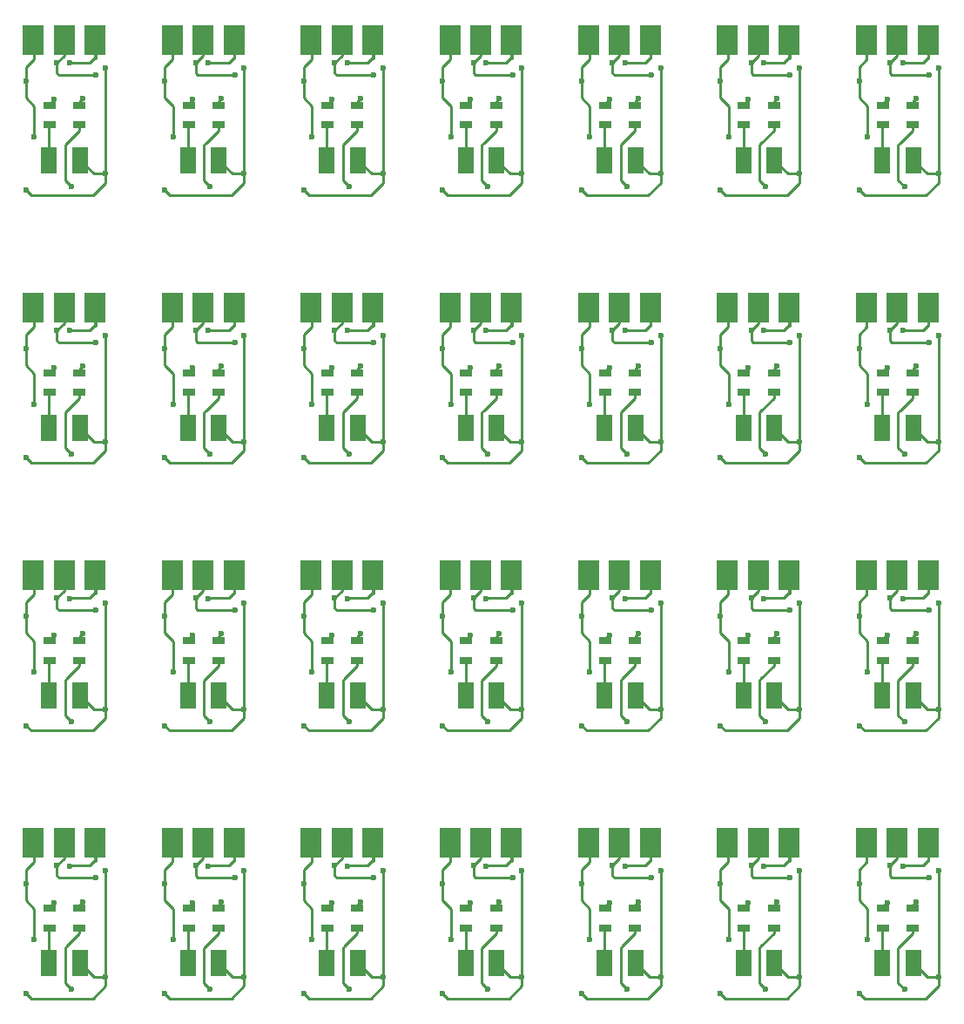
<source format=gbl>
G04 #@! TF.FileFunction,Copper,L2,Bot,Signal*
%FSLAX46Y46*%
G04 Gerber Fmt 4.6, Leading zero omitted, Abs format (unit mm)*
G04 Created by KiCad (PCBNEW 4.0.5) date 03/17/17 16:41:39*
%MOMM*%
%LPD*%
G01*
G04 APERTURE LIST*
%ADD10C,0.100000*%
%ADD11R,2.000000X3.000000*%
%ADD12R,1.300000X0.700000*%
%ADD13R,1.500000X2.600000*%
%ADD14C,0.600000*%
%ADD15C,0.250000*%
G04 APERTURE END LIST*
D10*
D11*
X117900000Y-95600000D03*
X114900000Y-95600000D03*
X111900000Y-95600000D03*
X117900000Y-69600000D03*
X114900000Y-69600000D03*
X111900000Y-69600000D03*
D12*
X113500000Y-75950000D03*
X113500000Y-77850000D03*
X116400000Y-77850000D03*
X116400000Y-75950000D03*
D13*
X116450000Y-81250000D03*
X113450000Y-81250000D03*
X116450000Y-55250000D03*
X113450000Y-55250000D03*
D12*
X116400000Y-51850000D03*
X116400000Y-49950000D03*
X113500000Y-49950000D03*
X113500000Y-51850000D03*
D11*
X117900000Y-43600000D03*
X114900000Y-43600000D03*
X111900000Y-43600000D03*
X158400000Y-69600000D03*
X155400000Y-69600000D03*
X152400000Y-69600000D03*
D12*
X154000000Y-75950000D03*
X154000000Y-77850000D03*
X156900000Y-77850000D03*
X156900000Y-75950000D03*
D13*
X156950000Y-81250000D03*
X153950000Y-81250000D03*
X156950000Y-55250000D03*
X153950000Y-55250000D03*
D12*
X156900000Y-51850000D03*
X156900000Y-49950000D03*
X154000000Y-49950000D03*
X154000000Y-51850000D03*
D11*
X158400000Y-43600000D03*
X155400000Y-43600000D03*
X152400000Y-43600000D03*
X144900000Y-43600000D03*
X141900000Y-43600000D03*
X138900000Y-43600000D03*
D12*
X140500000Y-49950000D03*
X140500000Y-51850000D03*
X143400000Y-51850000D03*
X143400000Y-49950000D03*
D13*
X143450000Y-55250000D03*
X140450000Y-55250000D03*
X143450000Y-81250000D03*
X140450000Y-81250000D03*
D12*
X143400000Y-77850000D03*
X143400000Y-75950000D03*
X140500000Y-75950000D03*
X140500000Y-77850000D03*
D11*
X144900000Y-69600000D03*
X141900000Y-69600000D03*
X138900000Y-69600000D03*
X131400000Y-69600000D03*
X128400000Y-69600000D03*
X125400000Y-69600000D03*
D12*
X127000000Y-75950000D03*
X127000000Y-77850000D03*
X129900000Y-77850000D03*
X129900000Y-75950000D03*
D13*
X129950000Y-81250000D03*
X126950000Y-81250000D03*
X129950000Y-55250000D03*
X126950000Y-55250000D03*
D12*
X129900000Y-51850000D03*
X129900000Y-49950000D03*
X127000000Y-49950000D03*
X127000000Y-51850000D03*
D11*
X131400000Y-43600000D03*
X128400000Y-43600000D03*
X125400000Y-43600000D03*
X185400000Y-43600000D03*
X182400000Y-43600000D03*
X179400000Y-43600000D03*
D12*
X181000000Y-49950000D03*
X181000000Y-51850000D03*
X183900000Y-51850000D03*
X183900000Y-49950000D03*
D13*
X183950000Y-55250000D03*
X180950000Y-55250000D03*
X183950000Y-81250000D03*
X180950000Y-81250000D03*
D12*
X183900000Y-77850000D03*
X183900000Y-75950000D03*
X181000000Y-75950000D03*
X181000000Y-77850000D03*
D11*
X185400000Y-69600000D03*
X182400000Y-69600000D03*
X179400000Y-69600000D03*
X198900000Y-69600000D03*
X195900000Y-69600000D03*
X192900000Y-69600000D03*
D12*
X194500000Y-75950000D03*
X194500000Y-77850000D03*
X197400000Y-77850000D03*
X197400000Y-75950000D03*
D13*
X197450000Y-81250000D03*
X194450000Y-81250000D03*
X197450000Y-55250000D03*
X194450000Y-55250000D03*
D12*
X197400000Y-51850000D03*
X197400000Y-49950000D03*
X194500000Y-49950000D03*
X194500000Y-51850000D03*
D11*
X198900000Y-43600000D03*
X195900000Y-43600000D03*
X192900000Y-43600000D03*
X171900000Y-43600000D03*
X168900000Y-43600000D03*
X165900000Y-43600000D03*
D12*
X167500000Y-49950000D03*
X167500000Y-51850000D03*
X170400000Y-51850000D03*
X170400000Y-49950000D03*
D13*
X170450000Y-55250000D03*
X167450000Y-55250000D03*
X170450000Y-81250000D03*
X167450000Y-81250000D03*
D12*
X170400000Y-77850000D03*
X170400000Y-75950000D03*
X167500000Y-75950000D03*
X167500000Y-77850000D03*
D11*
X171900000Y-69600000D03*
X168900000Y-69600000D03*
X165900000Y-69600000D03*
X171900000Y-121600000D03*
X168900000Y-121600000D03*
X165900000Y-121600000D03*
D12*
X167500000Y-127950000D03*
X167500000Y-129850000D03*
X170400000Y-129850000D03*
X170400000Y-127950000D03*
D13*
X170450000Y-133250000D03*
X167450000Y-133250000D03*
X170450000Y-107250000D03*
X167450000Y-107250000D03*
D12*
X170400000Y-103850000D03*
X170400000Y-101950000D03*
X167500000Y-101950000D03*
X167500000Y-103850000D03*
D11*
X171900000Y-95600000D03*
X168900000Y-95600000D03*
X165900000Y-95600000D03*
X198900000Y-95600000D03*
X195900000Y-95600000D03*
X192900000Y-95600000D03*
D12*
X194500000Y-101950000D03*
X194500000Y-103850000D03*
X197400000Y-103850000D03*
X197400000Y-101950000D03*
D13*
X197450000Y-107250000D03*
X194450000Y-107250000D03*
X197450000Y-133250000D03*
X194450000Y-133250000D03*
D12*
X197400000Y-129850000D03*
X197400000Y-127950000D03*
X194500000Y-127950000D03*
X194500000Y-129850000D03*
D11*
X198900000Y-121600000D03*
X195900000Y-121600000D03*
X192900000Y-121600000D03*
X185400000Y-121600000D03*
X182400000Y-121600000D03*
X179400000Y-121600000D03*
D12*
X181000000Y-127950000D03*
X181000000Y-129850000D03*
X183900000Y-129850000D03*
X183900000Y-127950000D03*
D13*
X183950000Y-133250000D03*
X180950000Y-133250000D03*
X183950000Y-107250000D03*
X180950000Y-107250000D03*
D12*
X183900000Y-103850000D03*
X183900000Y-101950000D03*
X181000000Y-101950000D03*
X181000000Y-103850000D03*
D11*
X185400000Y-95600000D03*
X182400000Y-95600000D03*
X179400000Y-95600000D03*
X131400000Y-95600000D03*
X128400000Y-95600000D03*
X125400000Y-95600000D03*
D12*
X127000000Y-101950000D03*
X127000000Y-103850000D03*
X129900000Y-103850000D03*
X129900000Y-101950000D03*
D13*
X129950000Y-107250000D03*
X126950000Y-107250000D03*
X129950000Y-133250000D03*
X126950000Y-133250000D03*
D12*
X129900000Y-129850000D03*
X129900000Y-127950000D03*
X127000000Y-127950000D03*
X127000000Y-129850000D03*
D11*
X131400000Y-121600000D03*
X128400000Y-121600000D03*
X125400000Y-121600000D03*
X144900000Y-121600000D03*
X141900000Y-121600000D03*
X138900000Y-121600000D03*
D12*
X140500000Y-127950000D03*
X140500000Y-129850000D03*
X143400000Y-129850000D03*
X143400000Y-127950000D03*
D13*
X143450000Y-133250000D03*
X140450000Y-133250000D03*
X143450000Y-107250000D03*
X140450000Y-107250000D03*
D12*
X143400000Y-103850000D03*
X143400000Y-101950000D03*
X140500000Y-101950000D03*
X140500000Y-103850000D03*
D11*
X144900000Y-95600000D03*
X141900000Y-95600000D03*
X138900000Y-95600000D03*
X158400000Y-95600000D03*
X155400000Y-95600000D03*
X152400000Y-95600000D03*
D12*
X154000000Y-101950000D03*
X154000000Y-103850000D03*
X156900000Y-103850000D03*
X156900000Y-101950000D03*
D13*
X156950000Y-107250000D03*
X153950000Y-107250000D03*
X156950000Y-133250000D03*
X153950000Y-133250000D03*
D12*
X156900000Y-129850000D03*
X156900000Y-127950000D03*
X154000000Y-127950000D03*
X154000000Y-129850000D03*
D11*
X158400000Y-121600000D03*
X155400000Y-121600000D03*
X152400000Y-121600000D03*
D12*
X113500000Y-101950000D03*
X113500000Y-103850000D03*
X116400000Y-103850000D03*
X116400000Y-101950000D03*
D13*
X116450000Y-107250000D03*
X113450000Y-107250000D03*
X116450000Y-133250000D03*
X113450000Y-133250000D03*
D12*
X116400000Y-129850000D03*
X116400000Y-127950000D03*
X113500000Y-127950000D03*
X113500000Y-129850000D03*
D11*
X117900000Y-121600000D03*
X114900000Y-121600000D03*
X111900000Y-121600000D03*
D14*
X118900000Y-72300000D03*
X118900000Y-82600000D03*
X111200000Y-84200000D03*
X111200000Y-58200000D03*
X118900000Y-56600000D03*
X118900000Y-46300000D03*
X159400000Y-72300000D03*
X159400000Y-82600000D03*
X151700000Y-84200000D03*
X151700000Y-58200000D03*
X159400000Y-56600000D03*
X159400000Y-46300000D03*
X145900000Y-46300000D03*
X145900000Y-56600000D03*
X138200000Y-58200000D03*
X138200000Y-84200000D03*
X145900000Y-82600000D03*
X145900000Y-72300000D03*
X132400000Y-72300000D03*
X132400000Y-82600000D03*
X124700000Y-84200000D03*
X124700000Y-58200000D03*
X132400000Y-56600000D03*
X132400000Y-46300000D03*
X186400000Y-46300000D03*
X186400000Y-56600000D03*
X178700000Y-58200000D03*
X178700000Y-84200000D03*
X186400000Y-82600000D03*
X186400000Y-72300000D03*
X199900000Y-72300000D03*
X199900000Y-82600000D03*
X192200000Y-84200000D03*
X192200000Y-58200000D03*
X199900000Y-56600000D03*
X199900000Y-46300000D03*
X172900000Y-46300000D03*
X172900000Y-56600000D03*
X165200000Y-58200000D03*
X165200000Y-84200000D03*
X172900000Y-82600000D03*
X172900000Y-72300000D03*
X172900000Y-124300000D03*
X172900000Y-134600000D03*
X165200000Y-136200000D03*
X165200000Y-110200000D03*
X172900000Y-108600000D03*
X172900000Y-98300000D03*
X199900000Y-98300000D03*
X199900000Y-108600000D03*
X192200000Y-110200000D03*
X192200000Y-136200000D03*
X199900000Y-134600000D03*
X199900000Y-124300000D03*
X186400000Y-124300000D03*
X186400000Y-134600000D03*
X178700000Y-136200000D03*
X178700000Y-110200000D03*
X186400000Y-108600000D03*
X186400000Y-98300000D03*
X132400000Y-98300000D03*
X132400000Y-108600000D03*
X124700000Y-110200000D03*
X124700000Y-136200000D03*
X132400000Y-134600000D03*
X132400000Y-124300000D03*
X145900000Y-124300000D03*
X145900000Y-134600000D03*
X138200000Y-136200000D03*
X138200000Y-110200000D03*
X145900000Y-108600000D03*
X145900000Y-98300000D03*
X159400000Y-98300000D03*
X159400000Y-108600000D03*
X151700000Y-110200000D03*
X151700000Y-136200000D03*
X159400000Y-134600000D03*
X159400000Y-124300000D03*
X118900000Y-98300000D03*
X118900000Y-108600000D03*
X111200000Y-110200000D03*
X111200000Y-136200000D03*
X118900000Y-134600000D03*
X118900000Y-124300000D03*
X113900000Y-75400000D03*
X115435000Y-71835000D03*
X115435000Y-45835000D03*
X113900000Y-49400000D03*
X154400000Y-75400000D03*
X155935000Y-71835000D03*
X155935000Y-45835000D03*
X154400000Y-49400000D03*
X140900000Y-49400000D03*
X142435000Y-45835000D03*
X142435000Y-71835000D03*
X140900000Y-75400000D03*
X127400000Y-75400000D03*
X128935000Y-71835000D03*
X128935000Y-45835000D03*
X127400000Y-49400000D03*
X181400000Y-49400000D03*
X182935000Y-45835000D03*
X182935000Y-71835000D03*
X181400000Y-75400000D03*
X194900000Y-75400000D03*
X196435000Y-71835000D03*
X196435000Y-45835000D03*
X194900000Y-49400000D03*
X167900000Y-49400000D03*
X169435000Y-45835000D03*
X169435000Y-71835000D03*
X167900000Y-75400000D03*
X167900000Y-127400000D03*
X169435000Y-123835000D03*
X169435000Y-97835000D03*
X167900000Y-101400000D03*
X194900000Y-101400000D03*
X196435000Y-97835000D03*
X196435000Y-123835000D03*
X194900000Y-127400000D03*
X181400000Y-127400000D03*
X182935000Y-123835000D03*
X182935000Y-97835000D03*
X181400000Y-101400000D03*
X127400000Y-101400000D03*
X128935000Y-97835000D03*
X128935000Y-123835000D03*
X127400000Y-127400000D03*
X140900000Y-127400000D03*
X142435000Y-123835000D03*
X142435000Y-97835000D03*
X140900000Y-101400000D03*
X154400000Y-101400000D03*
X155935000Y-97835000D03*
X155935000Y-123835000D03*
X154400000Y-127400000D03*
X113900000Y-101400000D03*
X115435000Y-97835000D03*
X115435000Y-123835000D03*
X113900000Y-127400000D03*
X114200000Y-71800000D03*
X118000000Y-73000000D03*
X118000000Y-47000000D03*
X114200000Y-45800000D03*
X154700000Y-71800000D03*
X158500000Y-73000000D03*
X158500000Y-47000000D03*
X154700000Y-45800000D03*
X141200000Y-45800000D03*
X145000000Y-47000000D03*
X145000000Y-73000000D03*
X141200000Y-71800000D03*
X127700000Y-71800000D03*
X131500000Y-73000000D03*
X131500000Y-47000000D03*
X127700000Y-45800000D03*
X181700000Y-45800000D03*
X185500000Y-47000000D03*
X185500000Y-73000000D03*
X181700000Y-71800000D03*
X195200000Y-71800000D03*
X199000000Y-73000000D03*
X199000000Y-47000000D03*
X195200000Y-45800000D03*
X168200000Y-45800000D03*
X172000000Y-47000000D03*
X172000000Y-73000000D03*
X168200000Y-71800000D03*
X168200000Y-123800000D03*
X172000000Y-125000000D03*
X172000000Y-99000000D03*
X168200000Y-97800000D03*
X195200000Y-97800000D03*
X199000000Y-99000000D03*
X199000000Y-125000000D03*
X195200000Y-123800000D03*
X181700000Y-123800000D03*
X185500000Y-125000000D03*
X185500000Y-99000000D03*
X181700000Y-97800000D03*
X127700000Y-97800000D03*
X131500000Y-99000000D03*
X131500000Y-125000000D03*
X127700000Y-123800000D03*
X141200000Y-123800000D03*
X145000000Y-125000000D03*
X145000000Y-99000000D03*
X141200000Y-97800000D03*
X154700000Y-97800000D03*
X158500000Y-99000000D03*
X158500000Y-125000000D03*
X154700000Y-123800000D03*
X114200000Y-97800000D03*
X118000000Y-99000000D03*
X118000000Y-125000000D03*
X114200000Y-123800000D03*
X111200000Y-73600000D03*
X112000000Y-79000000D03*
X112000000Y-53000000D03*
X111200000Y-47600000D03*
X151700000Y-73600000D03*
X152500000Y-79000000D03*
X152500000Y-53000000D03*
X151700000Y-47600000D03*
X138200000Y-47600000D03*
X139000000Y-53000000D03*
X139000000Y-79000000D03*
X138200000Y-73600000D03*
X124700000Y-73600000D03*
X125500000Y-79000000D03*
X125500000Y-53000000D03*
X124700000Y-47600000D03*
X178700000Y-47600000D03*
X179500000Y-53000000D03*
X179500000Y-79000000D03*
X178700000Y-73600000D03*
X192200000Y-73600000D03*
X193000000Y-79000000D03*
X193000000Y-53000000D03*
X192200000Y-47600000D03*
X165200000Y-47600000D03*
X166000000Y-53000000D03*
X166000000Y-79000000D03*
X165200000Y-73600000D03*
X165200000Y-125600000D03*
X166000000Y-131000000D03*
X166000000Y-105000000D03*
X165200000Y-99600000D03*
X192200000Y-99600000D03*
X193000000Y-105000000D03*
X193000000Y-131000000D03*
X192200000Y-125600000D03*
X178700000Y-125600000D03*
X179500000Y-131000000D03*
X179500000Y-105000000D03*
X178700000Y-99600000D03*
X124700000Y-99600000D03*
X125500000Y-105000000D03*
X125500000Y-131000000D03*
X124700000Y-125600000D03*
X138200000Y-125600000D03*
X139000000Y-131000000D03*
X139000000Y-105000000D03*
X138200000Y-99600000D03*
X151700000Y-99600000D03*
X152500000Y-105000000D03*
X152500000Y-131000000D03*
X151700000Y-125600000D03*
X111200000Y-99600000D03*
X112000000Y-105000000D03*
X112000000Y-131000000D03*
X111200000Y-125600000D03*
X116700000Y-75300000D03*
X116700000Y-49300000D03*
X157200000Y-75300000D03*
X157200000Y-49300000D03*
X143700000Y-49300000D03*
X143700000Y-75300000D03*
X130200000Y-75300000D03*
X130200000Y-49300000D03*
X184200000Y-49300000D03*
X184200000Y-75300000D03*
X197700000Y-75300000D03*
X197700000Y-49300000D03*
X170700000Y-49300000D03*
X170700000Y-75300000D03*
X170700000Y-127300000D03*
X170700000Y-101300000D03*
X197700000Y-101300000D03*
X197700000Y-127300000D03*
X184200000Y-127300000D03*
X184200000Y-101300000D03*
X130200000Y-101300000D03*
X130200000Y-127300000D03*
X143700000Y-127300000D03*
X143700000Y-101300000D03*
X157200000Y-101300000D03*
X157200000Y-127300000D03*
X116700000Y-101300000D03*
X116700000Y-127300000D03*
X115600000Y-83800000D03*
X115600000Y-57800000D03*
X156100000Y-83800000D03*
X156100000Y-57800000D03*
X142600000Y-57800000D03*
X142600000Y-83800000D03*
X129100000Y-83800000D03*
X129100000Y-57800000D03*
X183100000Y-57800000D03*
X183100000Y-83800000D03*
X196600000Y-83800000D03*
X196600000Y-57800000D03*
X169600000Y-57800000D03*
X169600000Y-83800000D03*
X169600000Y-135800000D03*
X169600000Y-109800000D03*
X196600000Y-109800000D03*
X196600000Y-135800000D03*
X183100000Y-135800000D03*
X183100000Y-109800000D03*
X129100000Y-109800000D03*
X129100000Y-135800000D03*
X142600000Y-135800000D03*
X142600000Y-109800000D03*
X156100000Y-109800000D03*
X156100000Y-135800000D03*
X115600000Y-109800000D03*
X115600000Y-135800000D03*
D15*
X118900000Y-72300000D02*
X118900000Y-82600000D01*
X111700000Y-84700000D02*
X111200000Y-84200000D01*
X111700000Y-84700000D02*
X117700000Y-84700000D01*
X117700000Y-84700000D02*
X118900000Y-83500000D01*
X118900000Y-82600000D02*
X118900000Y-83500000D01*
X117800000Y-82600000D02*
X118900000Y-82600000D01*
X116450000Y-81250000D02*
X117800000Y-82600000D01*
X116450000Y-55250000D02*
X117800000Y-56600000D01*
X117800000Y-56600000D02*
X118900000Y-56600000D01*
X118900000Y-56600000D02*
X118900000Y-57500000D01*
X117700000Y-58700000D02*
X118900000Y-57500000D01*
X111700000Y-58700000D02*
X117700000Y-58700000D01*
X111700000Y-58700000D02*
X111200000Y-58200000D01*
X118900000Y-46300000D02*
X118900000Y-56600000D01*
X159400000Y-72300000D02*
X159400000Y-82600000D01*
X152200000Y-84700000D02*
X151700000Y-84200000D01*
X152200000Y-84700000D02*
X158200000Y-84700000D01*
X158200000Y-84700000D02*
X159400000Y-83500000D01*
X159400000Y-82600000D02*
X159400000Y-83500000D01*
X158300000Y-82600000D02*
X159400000Y-82600000D01*
X156950000Y-81250000D02*
X158300000Y-82600000D01*
X156950000Y-55250000D02*
X158300000Y-56600000D01*
X158300000Y-56600000D02*
X159400000Y-56600000D01*
X159400000Y-56600000D02*
X159400000Y-57500000D01*
X158200000Y-58700000D02*
X159400000Y-57500000D01*
X152200000Y-58700000D02*
X158200000Y-58700000D01*
X152200000Y-58700000D02*
X151700000Y-58200000D01*
X159400000Y-46300000D02*
X159400000Y-56600000D01*
X145900000Y-46300000D02*
X145900000Y-56600000D01*
X138700000Y-58700000D02*
X138200000Y-58200000D01*
X138700000Y-58700000D02*
X144700000Y-58700000D01*
X144700000Y-58700000D02*
X145900000Y-57500000D01*
X145900000Y-56600000D02*
X145900000Y-57500000D01*
X144800000Y-56600000D02*
X145900000Y-56600000D01*
X143450000Y-55250000D02*
X144800000Y-56600000D01*
X143450000Y-81250000D02*
X144800000Y-82600000D01*
X144800000Y-82600000D02*
X145900000Y-82600000D01*
X145900000Y-82600000D02*
X145900000Y-83500000D01*
X144700000Y-84700000D02*
X145900000Y-83500000D01*
X138700000Y-84700000D02*
X144700000Y-84700000D01*
X138700000Y-84700000D02*
X138200000Y-84200000D01*
X145900000Y-72300000D02*
X145900000Y-82600000D01*
X132400000Y-72300000D02*
X132400000Y-82600000D01*
X125200000Y-84700000D02*
X124700000Y-84200000D01*
X125200000Y-84700000D02*
X131200000Y-84700000D01*
X131200000Y-84700000D02*
X132400000Y-83500000D01*
X132400000Y-82600000D02*
X132400000Y-83500000D01*
X131300000Y-82600000D02*
X132400000Y-82600000D01*
X129950000Y-81250000D02*
X131300000Y-82600000D01*
X129950000Y-55250000D02*
X131300000Y-56600000D01*
X131300000Y-56600000D02*
X132400000Y-56600000D01*
X132400000Y-56600000D02*
X132400000Y-57500000D01*
X131200000Y-58700000D02*
X132400000Y-57500000D01*
X125200000Y-58700000D02*
X131200000Y-58700000D01*
X125200000Y-58700000D02*
X124700000Y-58200000D01*
X132400000Y-46300000D02*
X132400000Y-56600000D01*
X186400000Y-46300000D02*
X186400000Y-56600000D01*
X179200000Y-58700000D02*
X178700000Y-58200000D01*
X179200000Y-58700000D02*
X185200000Y-58700000D01*
X185200000Y-58700000D02*
X186400000Y-57500000D01*
X186400000Y-56600000D02*
X186400000Y-57500000D01*
X185300000Y-56600000D02*
X186400000Y-56600000D01*
X183950000Y-55250000D02*
X185300000Y-56600000D01*
X183950000Y-81250000D02*
X185300000Y-82600000D01*
X185300000Y-82600000D02*
X186400000Y-82600000D01*
X186400000Y-82600000D02*
X186400000Y-83500000D01*
X185200000Y-84700000D02*
X186400000Y-83500000D01*
X179200000Y-84700000D02*
X185200000Y-84700000D01*
X179200000Y-84700000D02*
X178700000Y-84200000D01*
X186400000Y-72300000D02*
X186400000Y-82600000D01*
X199900000Y-72300000D02*
X199900000Y-82600000D01*
X192700000Y-84700000D02*
X192200000Y-84200000D01*
X192700000Y-84700000D02*
X198700000Y-84700000D01*
X198700000Y-84700000D02*
X199900000Y-83500000D01*
X199900000Y-82600000D02*
X199900000Y-83500000D01*
X198800000Y-82600000D02*
X199900000Y-82600000D01*
X197450000Y-81250000D02*
X198800000Y-82600000D01*
X197450000Y-55250000D02*
X198800000Y-56600000D01*
X198800000Y-56600000D02*
X199900000Y-56600000D01*
X199900000Y-56600000D02*
X199900000Y-57500000D01*
X198700000Y-58700000D02*
X199900000Y-57500000D01*
X192700000Y-58700000D02*
X198700000Y-58700000D01*
X192700000Y-58700000D02*
X192200000Y-58200000D01*
X199900000Y-46300000D02*
X199900000Y-56600000D01*
X172900000Y-46300000D02*
X172900000Y-56600000D01*
X165700000Y-58700000D02*
X165200000Y-58200000D01*
X165700000Y-58700000D02*
X171700000Y-58700000D01*
X171700000Y-58700000D02*
X172900000Y-57500000D01*
X172900000Y-56600000D02*
X172900000Y-57500000D01*
X171800000Y-56600000D02*
X172900000Y-56600000D01*
X170450000Y-55250000D02*
X171800000Y-56600000D01*
X170450000Y-81250000D02*
X171800000Y-82600000D01*
X171800000Y-82600000D02*
X172900000Y-82600000D01*
X172900000Y-82600000D02*
X172900000Y-83500000D01*
X171700000Y-84700000D02*
X172900000Y-83500000D01*
X165700000Y-84700000D02*
X171700000Y-84700000D01*
X165700000Y-84700000D02*
X165200000Y-84200000D01*
X172900000Y-72300000D02*
X172900000Y-82600000D01*
X172900000Y-124300000D02*
X172900000Y-134600000D01*
X165700000Y-136700000D02*
X165200000Y-136200000D01*
X165700000Y-136700000D02*
X171700000Y-136700000D01*
X171700000Y-136700000D02*
X172900000Y-135500000D01*
X172900000Y-134600000D02*
X172900000Y-135500000D01*
X171800000Y-134600000D02*
X172900000Y-134600000D01*
X170450000Y-133250000D02*
X171800000Y-134600000D01*
X170450000Y-107250000D02*
X171800000Y-108600000D01*
X171800000Y-108600000D02*
X172900000Y-108600000D01*
X172900000Y-108600000D02*
X172900000Y-109500000D01*
X171700000Y-110700000D02*
X172900000Y-109500000D01*
X165700000Y-110700000D02*
X171700000Y-110700000D01*
X165700000Y-110700000D02*
X165200000Y-110200000D01*
X172900000Y-98300000D02*
X172900000Y-108600000D01*
X199900000Y-98300000D02*
X199900000Y-108600000D01*
X192700000Y-110700000D02*
X192200000Y-110200000D01*
X192700000Y-110700000D02*
X198700000Y-110700000D01*
X198700000Y-110700000D02*
X199900000Y-109500000D01*
X199900000Y-108600000D02*
X199900000Y-109500000D01*
X198800000Y-108600000D02*
X199900000Y-108600000D01*
X197450000Y-107250000D02*
X198800000Y-108600000D01*
X197450000Y-133250000D02*
X198800000Y-134600000D01*
X198800000Y-134600000D02*
X199900000Y-134600000D01*
X199900000Y-134600000D02*
X199900000Y-135500000D01*
X198700000Y-136700000D02*
X199900000Y-135500000D01*
X192700000Y-136700000D02*
X198700000Y-136700000D01*
X192700000Y-136700000D02*
X192200000Y-136200000D01*
X199900000Y-124300000D02*
X199900000Y-134600000D01*
X186400000Y-124300000D02*
X186400000Y-134600000D01*
X179200000Y-136700000D02*
X178700000Y-136200000D01*
X179200000Y-136700000D02*
X185200000Y-136700000D01*
X185200000Y-136700000D02*
X186400000Y-135500000D01*
X186400000Y-134600000D02*
X186400000Y-135500000D01*
X185300000Y-134600000D02*
X186400000Y-134600000D01*
X183950000Y-133250000D02*
X185300000Y-134600000D01*
X183950000Y-107250000D02*
X185300000Y-108600000D01*
X185300000Y-108600000D02*
X186400000Y-108600000D01*
X186400000Y-108600000D02*
X186400000Y-109500000D01*
X185200000Y-110700000D02*
X186400000Y-109500000D01*
X179200000Y-110700000D02*
X185200000Y-110700000D01*
X179200000Y-110700000D02*
X178700000Y-110200000D01*
X186400000Y-98300000D02*
X186400000Y-108600000D01*
X132400000Y-98300000D02*
X132400000Y-108600000D01*
X125200000Y-110700000D02*
X124700000Y-110200000D01*
X125200000Y-110700000D02*
X131200000Y-110700000D01*
X131200000Y-110700000D02*
X132400000Y-109500000D01*
X132400000Y-108600000D02*
X132400000Y-109500000D01*
X131300000Y-108600000D02*
X132400000Y-108600000D01*
X129950000Y-107250000D02*
X131300000Y-108600000D01*
X129950000Y-133250000D02*
X131300000Y-134600000D01*
X131300000Y-134600000D02*
X132400000Y-134600000D01*
X132400000Y-134600000D02*
X132400000Y-135500000D01*
X131200000Y-136700000D02*
X132400000Y-135500000D01*
X125200000Y-136700000D02*
X131200000Y-136700000D01*
X125200000Y-136700000D02*
X124700000Y-136200000D01*
X132400000Y-124300000D02*
X132400000Y-134600000D01*
X145900000Y-124300000D02*
X145900000Y-134600000D01*
X138700000Y-136700000D02*
X138200000Y-136200000D01*
X138700000Y-136700000D02*
X144700000Y-136700000D01*
X144700000Y-136700000D02*
X145900000Y-135500000D01*
X145900000Y-134600000D02*
X145900000Y-135500000D01*
X144800000Y-134600000D02*
X145900000Y-134600000D01*
X143450000Y-133250000D02*
X144800000Y-134600000D01*
X143450000Y-107250000D02*
X144800000Y-108600000D01*
X144800000Y-108600000D02*
X145900000Y-108600000D01*
X145900000Y-108600000D02*
X145900000Y-109500000D01*
X144700000Y-110700000D02*
X145900000Y-109500000D01*
X138700000Y-110700000D02*
X144700000Y-110700000D01*
X138700000Y-110700000D02*
X138200000Y-110200000D01*
X145900000Y-98300000D02*
X145900000Y-108600000D01*
X159400000Y-98300000D02*
X159400000Y-108600000D01*
X152200000Y-110700000D02*
X151700000Y-110200000D01*
X152200000Y-110700000D02*
X158200000Y-110700000D01*
X158200000Y-110700000D02*
X159400000Y-109500000D01*
X159400000Y-108600000D02*
X159400000Y-109500000D01*
X158300000Y-108600000D02*
X159400000Y-108600000D01*
X156950000Y-107250000D02*
X158300000Y-108600000D01*
X156950000Y-133250000D02*
X158300000Y-134600000D01*
X158300000Y-134600000D02*
X159400000Y-134600000D01*
X159400000Y-134600000D02*
X159400000Y-135500000D01*
X158200000Y-136700000D02*
X159400000Y-135500000D01*
X152200000Y-136700000D02*
X158200000Y-136700000D01*
X152200000Y-136700000D02*
X151700000Y-136200000D01*
X159400000Y-124300000D02*
X159400000Y-134600000D01*
X118900000Y-98300000D02*
X118900000Y-108600000D01*
X111700000Y-110700000D02*
X111200000Y-110200000D01*
X111700000Y-110700000D02*
X117700000Y-110700000D01*
X117700000Y-110700000D02*
X118900000Y-109500000D01*
X118900000Y-108600000D02*
X118900000Y-109500000D01*
X117800000Y-108600000D02*
X118900000Y-108600000D01*
X116450000Y-107250000D02*
X117800000Y-108600000D01*
X116450000Y-133250000D02*
X117800000Y-134600000D01*
X117800000Y-134600000D02*
X118900000Y-134600000D01*
X118900000Y-134600000D02*
X118900000Y-135500000D01*
X117700000Y-136700000D02*
X118900000Y-135500000D01*
X111700000Y-136700000D02*
X117700000Y-136700000D01*
X111700000Y-136700000D02*
X111200000Y-136200000D01*
X118900000Y-124300000D02*
X118900000Y-134600000D01*
X113450000Y-77900000D02*
X113500000Y-77850000D01*
X113450000Y-81250000D02*
X113450000Y-77900000D01*
X113450000Y-55250000D02*
X113450000Y-51900000D01*
X113450000Y-51900000D02*
X113500000Y-51850000D01*
X153950000Y-77900000D02*
X154000000Y-77850000D01*
X153950000Y-81250000D02*
X153950000Y-77900000D01*
X153950000Y-55250000D02*
X153950000Y-51900000D01*
X153950000Y-51900000D02*
X154000000Y-51850000D01*
X140450000Y-51900000D02*
X140500000Y-51850000D01*
X140450000Y-55250000D02*
X140450000Y-51900000D01*
X140450000Y-81250000D02*
X140450000Y-77900000D01*
X140450000Y-77900000D02*
X140500000Y-77850000D01*
X126950000Y-77900000D02*
X127000000Y-77850000D01*
X126950000Y-81250000D02*
X126950000Y-77900000D01*
X126950000Y-55250000D02*
X126950000Y-51900000D01*
X126950000Y-51900000D02*
X127000000Y-51850000D01*
X180950000Y-51900000D02*
X181000000Y-51850000D01*
X180950000Y-55250000D02*
X180950000Y-51900000D01*
X180950000Y-81250000D02*
X180950000Y-77900000D01*
X180950000Y-77900000D02*
X181000000Y-77850000D01*
X194450000Y-77900000D02*
X194500000Y-77850000D01*
X194450000Y-81250000D02*
X194450000Y-77900000D01*
X194450000Y-55250000D02*
X194450000Y-51900000D01*
X194450000Y-51900000D02*
X194500000Y-51850000D01*
X167450000Y-51900000D02*
X167500000Y-51850000D01*
X167450000Y-55250000D02*
X167450000Y-51900000D01*
X167450000Y-81250000D02*
X167450000Y-77900000D01*
X167450000Y-77900000D02*
X167500000Y-77850000D01*
X167450000Y-129900000D02*
X167500000Y-129850000D01*
X167450000Y-133250000D02*
X167450000Y-129900000D01*
X167450000Y-107250000D02*
X167450000Y-103900000D01*
X167450000Y-103900000D02*
X167500000Y-103850000D01*
X194450000Y-103900000D02*
X194500000Y-103850000D01*
X194450000Y-107250000D02*
X194450000Y-103900000D01*
X194450000Y-133250000D02*
X194450000Y-129900000D01*
X194450000Y-129900000D02*
X194500000Y-129850000D01*
X180950000Y-129900000D02*
X181000000Y-129850000D01*
X180950000Y-133250000D02*
X180950000Y-129900000D01*
X180950000Y-107250000D02*
X180950000Y-103900000D01*
X180950000Y-103900000D02*
X181000000Y-103850000D01*
X126950000Y-103900000D02*
X127000000Y-103850000D01*
X126950000Y-107250000D02*
X126950000Y-103900000D01*
X126950000Y-133250000D02*
X126950000Y-129900000D01*
X126950000Y-129900000D02*
X127000000Y-129850000D01*
X140450000Y-129900000D02*
X140500000Y-129850000D01*
X140450000Y-133250000D02*
X140450000Y-129900000D01*
X140450000Y-107250000D02*
X140450000Y-103900000D01*
X140450000Y-103900000D02*
X140500000Y-103850000D01*
X153950000Y-103900000D02*
X154000000Y-103850000D01*
X153950000Y-107250000D02*
X153950000Y-103900000D01*
X153950000Y-133250000D02*
X153950000Y-129900000D01*
X153950000Y-129900000D02*
X154000000Y-129850000D01*
X113450000Y-103900000D02*
X113500000Y-103850000D01*
X113450000Y-107250000D02*
X113450000Y-103900000D01*
X113450000Y-133250000D02*
X113450000Y-129900000D01*
X113450000Y-129900000D02*
X113500000Y-129850000D01*
X113500000Y-75950000D02*
X113500000Y-75800000D01*
X113500000Y-75800000D02*
X113800000Y-75500000D01*
X113800000Y-75500000D02*
X113900000Y-75400000D01*
X117950000Y-69500000D02*
X117950000Y-71350000D01*
X115435000Y-71835000D02*
X115470000Y-71800000D01*
X115470000Y-71800000D02*
X117400000Y-71800000D01*
X117400000Y-71800000D02*
X117900000Y-71300000D01*
X117900000Y-71300000D02*
X117900000Y-69600000D01*
X117900000Y-45300000D02*
X117900000Y-43600000D01*
X117400000Y-45800000D02*
X117900000Y-45300000D01*
X115470000Y-45800000D02*
X117400000Y-45800000D01*
X115435000Y-45835000D02*
X115470000Y-45800000D01*
X117950000Y-43500000D02*
X117950000Y-45350000D01*
X113800000Y-49500000D02*
X113900000Y-49400000D01*
X113500000Y-49800000D02*
X113800000Y-49500000D01*
X113500000Y-49950000D02*
X113500000Y-49800000D01*
X154000000Y-75950000D02*
X154000000Y-75800000D01*
X154000000Y-75800000D02*
X154300000Y-75500000D01*
X154300000Y-75500000D02*
X154400000Y-75400000D01*
X158450000Y-69500000D02*
X158450000Y-71350000D01*
X155935000Y-71835000D02*
X155970000Y-71800000D01*
X155970000Y-71800000D02*
X157900000Y-71800000D01*
X157900000Y-71800000D02*
X158400000Y-71300000D01*
X158400000Y-71300000D02*
X158400000Y-69600000D01*
X158400000Y-45300000D02*
X158400000Y-43600000D01*
X157900000Y-45800000D02*
X158400000Y-45300000D01*
X155970000Y-45800000D02*
X157900000Y-45800000D01*
X155935000Y-45835000D02*
X155970000Y-45800000D01*
X158450000Y-43500000D02*
X158450000Y-45350000D01*
X154300000Y-49500000D02*
X154400000Y-49400000D01*
X154000000Y-49800000D02*
X154300000Y-49500000D01*
X154000000Y-49950000D02*
X154000000Y-49800000D01*
X140500000Y-49950000D02*
X140500000Y-49800000D01*
X140500000Y-49800000D02*
X140800000Y-49500000D01*
X140800000Y-49500000D02*
X140900000Y-49400000D01*
X144950000Y-43500000D02*
X144950000Y-45350000D01*
X142435000Y-45835000D02*
X142470000Y-45800000D01*
X142470000Y-45800000D02*
X144400000Y-45800000D01*
X144400000Y-45800000D02*
X144900000Y-45300000D01*
X144900000Y-45300000D02*
X144900000Y-43600000D01*
X144900000Y-71300000D02*
X144900000Y-69600000D01*
X144400000Y-71800000D02*
X144900000Y-71300000D01*
X142470000Y-71800000D02*
X144400000Y-71800000D01*
X142435000Y-71835000D02*
X142470000Y-71800000D01*
X144950000Y-69500000D02*
X144950000Y-71350000D01*
X140800000Y-75500000D02*
X140900000Y-75400000D01*
X140500000Y-75800000D02*
X140800000Y-75500000D01*
X140500000Y-75950000D02*
X140500000Y-75800000D01*
X127000000Y-75950000D02*
X127000000Y-75800000D01*
X127000000Y-75800000D02*
X127300000Y-75500000D01*
X127300000Y-75500000D02*
X127400000Y-75400000D01*
X131450000Y-69500000D02*
X131450000Y-71350000D01*
X128935000Y-71835000D02*
X128970000Y-71800000D01*
X128970000Y-71800000D02*
X130900000Y-71800000D01*
X130900000Y-71800000D02*
X131400000Y-71300000D01*
X131400000Y-71300000D02*
X131400000Y-69600000D01*
X131400000Y-45300000D02*
X131400000Y-43600000D01*
X130900000Y-45800000D02*
X131400000Y-45300000D01*
X128970000Y-45800000D02*
X130900000Y-45800000D01*
X128935000Y-45835000D02*
X128970000Y-45800000D01*
X131450000Y-43500000D02*
X131450000Y-45350000D01*
X127300000Y-49500000D02*
X127400000Y-49400000D01*
X127000000Y-49800000D02*
X127300000Y-49500000D01*
X127000000Y-49950000D02*
X127000000Y-49800000D01*
X181000000Y-49950000D02*
X181000000Y-49800000D01*
X181000000Y-49800000D02*
X181300000Y-49500000D01*
X181300000Y-49500000D02*
X181400000Y-49400000D01*
X185450000Y-43500000D02*
X185450000Y-45350000D01*
X182935000Y-45835000D02*
X182970000Y-45800000D01*
X182970000Y-45800000D02*
X184900000Y-45800000D01*
X184900000Y-45800000D02*
X185400000Y-45300000D01*
X185400000Y-45300000D02*
X185400000Y-43600000D01*
X185400000Y-71300000D02*
X185400000Y-69600000D01*
X184900000Y-71800000D02*
X185400000Y-71300000D01*
X182970000Y-71800000D02*
X184900000Y-71800000D01*
X182935000Y-71835000D02*
X182970000Y-71800000D01*
X185450000Y-69500000D02*
X185450000Y-71350000D01*
X181300000Y-75500000D02*
X181400000Y-75400000D01*
X181000000Y-75800000D02*
X181300000Y-75500000D01*
X181000000Y-75950000D02*
X181000000Y-75800000D01*
X194500000Y-75950000D02*
X194500000Y-75800000D01*
X194500000Y-75800000D02*
X194800000Y-75500000D01*
X194800000Y-75500000D02*
X194900000Y-75400000D01*
X198950000Y-69500000D02*
X198950000Y-71350000D01*
X196435000Y-71835000D02*
X196470000Y-71800000D01*
X196470000Y-71800000D02*
X198400000Y-71800000D01*
X198400000Y-71800000D02*
X198900000Y-71300000D01*
X198900000Y-71300000D02*
X198900000Y-69600000D01*
X198900000Y-45300000D02*
X198900000Y-43600000D01*
X198400000Y-45800000D02*
X198900000Y-45300000D01*
X196470000Y-45800000D02*
X198400000Y-45800000D01*
X196435000Y-45835000D02*
X196470000Y-45800000D01*
X198950000Y-43500000D02*
X198950000Y-45350000D01*
X194800000Y-49500000D02*
X194900000Y-49400000D01*
X194500000Y-49800000D02*
X194800000Y-49500000D01*
X194500000Y-49950000D02*
X194500000Y-49800000D01*
X167500000Y-49950000D02*
X167500000Y-49800000D01*
X167500000Y-49800000D02*
X167800000Y-49500000D01*
X167800000Y-49500000D02*
X167900000Y-49400000D01*
X171950000Y-43500000D02*
X171950000Y-45350000D01*
X169435000Y-45835000D02*
X169470000Y-45800000D01*
X169470000Y-45800000D02*
X171400000Y-45800000D01*
X171400000Y-45800000D02*
X171900000Y-45300000D01*
X171900000Y-45300000D02*
X171900000Y-43600000D01*
X171900000Y-71300000D02*
X171900000Y-69600000D01*
X171400000Y-71800000D02*
X171900000Y-71300000D01*
X169470000Y-71800000D02*
X171400000Y-71800000D01*
X169435000Y-71835000D02*
X169470000Y-71800000D01*
X171950000Y-69500000D02*
X171950000Y-71350000D01*
X167800000Y-75500000D02*
X167900000Y-75400000D01*
X167500000Y-75800000D02*
X167800000Y-75500000D01*
X167500000Y-75950000D02*
X167500000Y-75800000D01*
X167500000Y-127950000D02*
X167500000Y-127800000D01*
X167500000Y-127800000D02*
X167800000Y-127500000D01*
X167800000Y-127500000D02*
X167900000Y-127400000D01*
X171950000Y-121500000D02*
X171950000Y-123350000D01*
X169435000Y-123835000D02*
X169470000Y-123800000D01*
X169470000Y-123800000D02*
X171400000Y-123800000D01*
X171400000Y-123800000D02*
X171900000Y-123300000D01*
X171900000Y-123300000D02*
X171900000Y-121600000D01*
X171900000Y-97300000D02*
X171900000Y-95600000D01*
X171400000Y-97800000D02*
X171900000Y-97300000D01*
X169470000Y-97800000D02*
X171400000Y-97800000D01*
X169435000Y-97835000D02*
X169470000Y-97800000D01*
X171950000Y-95500000D02*
X171950000Y-97350000D01*
X167800000Y-101500000D02*
X167900000Y-101400000D01*
X167500000Y-101800000D02*
X167800000Y-101500000D01*
X167500000Y-101950000D02*
X167500000Y-101800000D01*
X194500000Y-101950000D02*
X194500000Y-101800000D01*
X194500000Y-101800000D02*
X194800000Y-101500000D01*
X194800000Y-101500000D02*
X194900000Y-101400000D01*
X198950000Y-95500000D02*
X198950000Y-97350000D01*
X196435000Y-97835000D02*
X196470000Y-97800000D01*
X196470000Y-97800000D02*
X198400000Y-97800000D01*
X198400000Y-97800000D02*
X198900000Y-97300000D01*
X198900000Y-97300000D02*
X198900000Y-95600000D01*
X198900000Y-123300000D02*
X198900000Y-121600000D01*
X198400000Y-123800000D02*
X198900000Y-123300000D01*
X196470000Y-123800000D02*
X198400000Y-123800000D01*
X196435000Y-123835000D02*
X196470000Y-123800000D01*
X198950000Y-121500000D02*
X198950000Y-123350000D01*
X194800000Y-127500000D02*
X194900000Y-127400000D01*
X194500000Y-127800000D02*
X194800000Y-127500000D01*
X194500000Y-127950000D02*
X194500000Y-127800000D01*
X181000000Y-127950000D02*
X181000000Y-127800000D01*
X181000000Y-127800000D02*
X181300000Y-127500000D01*
X181300000Y-127500000D02*
X181400000Y-127400000D01*
X185450000Y-121500000D02*
X185450000Y-123350000D01*
X182935000Y-123835000D02*
X182970000Y-123800000D01*
X182970000Y-123800000D02*
X184900000Y-123800000D01*
X184900000Y-123800000D02*
X185400000Y-123300000D01*
X185400000Y-123300000D02*
X185400000Y-121600000D01*
X185400000Y-97300000D02*
X185400000Y-95600000D01*
X184900000Y-97800000D02*
X185400000Y-97300000D01*
X182970000Y-97800000D02*
X184900000Y-97800000D01*
X182935000Y-97835000D02*
X182970000Y-97800000D01*
X185450000Y-95500000D02*
X185450000Y-97350000D01*
X181300000Y-101500000D02*
X181400000Y-101400000D01*
X181000000Y-101800000D02*
X181300000Y-101500000D01*
X181000000Y-101950000D02*
X181000000Y-101800000D01*
X127000000Y-101950000D02*
X127000000Y-101800000D01*
X127000000Y-101800000D02*
X127300000Y-101500000D01*
X127300000Y-101500000D02*
X127400000Y-101400000D01*
X131450000Y-95500000D02*
X131450000Y-97350000D01*
X128935000Y-97835000D02*
X128970000Y-97800000D01*
X128970000Y-97800000D02*
X130900000Y-97800000D01*
X130900000Y-97800000D02*
X131400000Y-97300000D01*
X131400000Y-97300000D02*
X131400000Y-95600000D01*
X131400000Y-123300000D02*
X131400000Y-121600000D01*
X130900000Y-123800000D02*
X131400000Y-123300000D01*
X128970000Y-123800000D02*
X130900000Y-123800000D01*
X128935000Y-123835000D02*
X128970000Y-123800000D01*
X131450000Y-121500000D02*
X131450000Y-123350000D01*
X127300000Y-127500000D02*
X127400000Y-127400000D01*
X127000000Y-127800000D02*
X127300000Y-127500000D01*
X127000000Y-127950000D02*
X127000000Y-127800000D01*
X140500000Y-127950000D02*
X140500000Y-127800000D01*
X140500000Y-127800000D02*
X140800000Y-127500000D01*
X140800000Y-127500000D02*
X140900000Y-127400000D01*
X144950000Y-121500000D02*
X144950000Y-123350000D01*
X142435000Y-123835000D02*
X142470000Y-123800000D01*
X142470000Y-123800000D02*
X144400000Y-123800000D01*
X144400000Y-123800000D02*
X144900000Y-123300000D01*
X144900000Y-123300000D02*
X144900000Y-121600000D01*
X144900000Y-97300000D02*
X144900000Y-95600000D01*
X144400000Y-97800000D02*
X144900000Y-97300000D01*
X142470000Y-97800000D02*
X144400000Y-97800000D01*
X142435000Y-97835000D02*
X142470000Y-97800000D01*
X144950000Y-95500000D02*
X144950000Y-97350000D01*
X140800000Y-101500000D02*
X140900000Y-101400000D01*
X140500000Y-101800000D02*
X140800000Y-101500000D01*
X140500000Y-101950000D02*
X140500000Y-101800000D01*
X154000000Y-101950000D02*
X154000000Y-101800000D01*
X154000000Y-101800000D02*
X154300000Y-101500000D01*
X154300000Y-101500000D02*
X154400000Y-101400000D01*
X158450000Y-95500000D02*
X158450000Y-97350000D01*
X155935000Y-97835000D02*
X155970000Y-97800000D01*
X155970000Y-97800000D02*
X157900000Y-97800000D01*
X157900000Y-97800000D02*
X158400000Y-97300000D01*
X158400000Y-97300000D02*
X158400000Y-95600000D01*
X158400000Y-123300000D02*
X158400000Y-121600000D01*
X157900000Y-123800000D02*
X158400000Y-123300000D01*
X155970000Y-123800000D02*
X157900000Y-123800000D01*
X155935000Y-123835000D02*
X155970000Y-123800000D01*
X158450000Y-121500000D02*
X158450000Y-123350000D01*
X154300000Y-127500000D02*
X154400000Y-127400000D01*
X154000000Y-127800000D02*
X154300000Y-127500000D01*
X154000000Y-127950000D02*
X154000000Y-127800000D01*
X113500000Y-101950000D02*
X113500000Y-101800000D01*
X113500000Y-101800000D02*
X113800000Y-101500000D01*
X113800000Y-101500000D02*
X113900000Y-101400000D01*
X117950000Y-95500000D02*
X117950000Y-97350000D01*
X115435000Y-97835000D02*
X115470000Y-97800000D01*
X115470000Y-97800000D02*
X117400000Y-97800000D01*
X117400000Y-97800000D02*
X117900000Y-97300000D01*
X117900000Y-97300000D02*
X117900000Y-95600000D01*
X117900000Y-123300000D02*
X117900000Y-121600000D01*
X117400000Y-123800000D02*
X117900000Y-123300000D01*
X115470000Y-123800000D02*
X117400000Y-123800000D01*
X115435000Y-123835000D02*
X115470000Y-123800000D01*
X117950000Y-121500000D02*
X117950000Y-123350000D01*
X113800000Y-127500000D02*
X113900000Y-127400000D01*
X113500000Y-127800000D02*
X113800000Y-127500000D01*
X113500000Y-127950000D02*
X113500000Y-127800000D01*
X114900000Y-71100000D02*
X114900000Y-69600000D01*
X114200000Y-71800000D02*
X114900000Y-71100000D01*
X114200000Y-72800000D02*
X114400000Y-73000000D01*
X114400000Y-73000000D02*
X118000000Y-73000000D01*
X114200000Y-71800000D02*
X114200000Y-72800000D01*
X114200000Y-45800000D02*
X114200000Y-46800000D01*
X114400000Y-47000000D02*
X118000000Y-47000000D01*
X114200000Y-46800000D02*
X114400000Y-47000000D01*
X114200000Y-45800000D02*
X114900000Y-45100000D01*
X114900000Y-45100000D02*
X114900000Y-43600000D01*
X155400000Y-71100000D02*
X155400000Y-69600000D01*
X154700000Y-71800000D02*
X155400000Y-71100000D01*
X154700000Y-72800000D02*
X154900000Y-73000000D01*
X154900000Y-73000000D02*
X158500000Y-73000000D01*
X154700000Y-71800000D02*
X154700000Y-72800000D01*
X154700000Y-45800000D02*
X154700000Y-46800000D01*
X154900000Y-47000000D02*
X158500000Y-47000000D01*
X154700000Y-46800000D02*
X154900000Y-47000000D01*
X154700000Y-45800000D02*
X155400000Y-45100000D01*
X155400000Y-45100000D02*
X155400000Y-43600000D01*
X141900000Y-45100000D02*
X141900000Y-43600000D01*
X141200000Y-45800000D02*
X141900000Y-45100000D01*
X141200000Y-46800000D02*
X141400000Y-47000000D01*
X141400000Y-47000000D02*
X145000000Y-47000000D01*
X141200000Y-45800000D02*
X141200000Y-46800000D01*
X141200000Y-71800000D02*
X141200000Y-72800000D01*
X141400000Y-73000000D02*
X145000000Y-73000000D01*
X141200000Y-72800000D02*
X141400000Y-73000000D01*
X141200000Y-71800000D02*
X141900000Y-71100000D01*
X141900000Y-71100000D02*
X141900000Y-69600000D01*
X128400000Y-71100000D02*
X128400000Y-69600000D01*
X127700000Y-71800000D02*
X128400000Y-71100000D01*
X127700000Y-72800000D02*
X127900000Y-73000000D01*
X127900000Y-73000000D02*
X131500000Y-73000000D01*
X127700000Y-71800000D02*
X127700000Y-72800000D01*
X127700000Y-45800000D02*
X127700000Y-46800000D01*
X127900000Y-47000000D02*
X131500000Y-47000000D01*
X127700000Y-46800000D02*
X127900000Y-47000000D01*
X127700000Y-45800000D02*
X128400000Y-45100000D01*
X128400000Y-45100000D02*
X128400000Y-43600000D01*
X182400000Y-45100000D02*
X182400000Y-43600000D01*
X181700000Y-45800000D02*
X182400000Y-45100000D01*
X181700000Y-46800000D02*
X181900000Y-47000000D01*
X181900000Y-47000000D02*
X185500000Y-47000000D01*
X181700000Y-45800000D02*
X181700000Y-46800000D01*
X181700000Y-71800000D02*
X181700000Y-72800000D01*
X181900000Y-73000000D02*
X185500000Y-73000000D01*
X181700000Y-72800000D02*
X181900000Y-73000000D01*
X181700000Y-71800000D02*
X182400000Y-71100000D01*
X182400000Y-71100000D02*
X182400000Y-69600000D01*
X195900000Y-71100000D02*
X195900000Y-69600000D01*
X195200000Y-71800000D02*
X195900000Y-71100000D01*
X195200000Y-72800000D02*
X195400000Y-73000000D01*
X195400000Y-73000000D02*
X199000000Y-73000000D01*
X195200000Y-71800000D02*
X195200000Y-72800000D01*
X195200000Y-45800000D02*
X195200000Y-46800000D01*
X195400000Y-47000000D02*
X199000000Y-47000000D01*
X195200000Y-46800000D02*
X195400000Y-47000000D01*
X195200000Y-45800000D02*
X195900000Y-45100000D01*
X195900000Y-45100000D02*
X195900000Y-43600000D01*
X168900000Y-45100000D02*
X168900000Y-43600000D01*
X168200000Y-45800000D02*
X168900000Y-45100000D01*
X168200000Y-46800000D02*
X168400000Y-47000000D01*
X168400000Y-47000000D02*
X172000000Y-47000000D01*
X168200000Y-45800000D02*
X168200000Y-46800000D01*
X168200000Y-71800000D02*
X168200000Y-72800000D01*
X168400000Y-73000000D02*
X172000000Y-73000000D01*
X168200000Y-72800000D02*
X168400000Y-73000000D01*
X168200000Y-71800000D02*
X168900000Y-71100000D01*
X168900000Y-71100000D02*
X168900000Y-69600000D01*
X168900000Y-123100000D02*
X168900000Y-121600000D01*
X168200000Y-123800000D02*
X168900000Y-123100000D01*
X168200000Y-124800000D02*
X168400000Y-125000000D01*
X168400000Y-125000000D02*
X172000000Y-125000000D01*
X168200000Y-123800000D02*
X168200000Y-124800000D01*
X168200000Y-97800000D02*
X168200000Y-98800000D01*
X168400000Y-99000000D02*
X172000000Y-99000000D01*
X168200000Y-98800000D02*
X168400000Y-99000000D01*
X168200000Y-97800000D02*
X168900000Y-97100000D01*
X168900000Y-97100000D02*
X168900000Y-95600000D01*
X195900000Y-97100000D02*
X195900000Y-95600000D01*
X195200000Y-97800000D02*
X195900000Y-97100000D01*
X195200000Y-98800000D02*
X195400000Y-99000000D01*
X195400000Y-99000000D02*
X199000000Y-99000000D01*
X195200000Y-97800000D02*
X195200000Y-98800000D01*
X195200000Y-123800000D02*
X195200000Y-124800000D01*
X195400000Y-125000000D02*
X199000000Y-125000000D01*
X195200000Y-124800000D02*
X195400000Y-125000000D01*
X195200000Y-123800000D02*
X195900000Y-123100000D01*
X195900000Y-123100000D02*
X195900000Y-121600000D01*
X182400000Y-123100000D02*
X182400000Y-121600000D01*
X181700000Y-123800000D02*
X182400000Y-123100000D01*
X181700000Y-124800000D02*
X181900000Y-125000000D01*
X181900000Y-125000000D02*
X185500000Y-125000000D01*
X181700000Y-123800000D02*
X181700000Y-124800000D01*
X181700000Y-97800000D02*
X181700000Y-98800000D01*
X181900000Y-99000000D02*
X185500000Y-99000000D01*
X181700000Y-98800000D02*
X181900000Y-99000000D01*
X181700000Y-97800000D02*
X182400000Y-97100000D01*
X182400000Y-97100000D02*
X182400000Y-95600000D01*
X128400000Y-97100000D02*
X128400000Y-95600000D01*
X127700000Y-97800000D02*
X128400000Y-97100000D01*
X127700000Y-98800000D02*
X127900000Y-99000000D01*
X127900000Y-99000000D02*
X131500000Y-99000000D01*
X127700000Y-97800000D02*
X127700000Y-98800000D01*
X127700000Y-123800000D02*
X127700000Y-124800000D01*
X127900000Y-125000000D02*
X131500000Y-125000000D01*
X127700000Y-124800000D02*
X127900000Y-125000000D01*
X127700000Y-123800000D02*
X128400000Y-123100000D01*
X128400000Y-123100000D02*
X128400000Y-121600000D01*
X141900000Y-123100000D02*
X141900000Y-121600000D01*
X141200000Y-123800000D02*
X141900000Y-123100000D01*
X141200000Y-124800000D02*
X141400000Y-125000000D01*
X141400000Y-125000000D02*
X145000000Y-125000000D01*
X141200000Y-123800000D02*
X141200000Y-124800000D01*
X141200000Y-97800000D02*
X141200000Y-98800000D01*
X141400000Y-99000000D02*
X145000000Y-99000000D01*
X141200000Y-98800000D02*
X141400000Y-99000000D01*
X141200000Y-97800000D02*
X141900000Y-97100000D01*
X141900000Y-97100000D02*
X141900000Y-95600000D01*
X155400000Y-97100000D02*
X155400000Y-95600000D01*
X154700000Y-97800000D02*
X155400000Y-97100000D01*
X154700000Y-98800000D02*
X154900000Y-99000000D01*
X154900000Y-99000000D02*
X158500000Y-99000000D01*
X154700000Y-97800000D02*
X154700000Y-98800000D01*
X154700000Y-123800000D02*
X154700000Y-124800000D01*
X154900000Y-125000000D02*
X158500000Y-125000000D01*
X154700000Y-124800000D02*
X154900000Y-125000000D01*
X154700000Y-123800000D02*
X155400000Y-123100000D01*
X155400000Y-123100000D02*
X155400000Y-121600000D01*
X114900000Y-97100000D02*
X114900000Y-95600000D01*
X114200000Y-97800000D02*
X114900000Y-97100000D01*
X114200000Y-98800000D02*
X114400000Y-99000000D01*
X114400000Y-99000000D02*
X118000000Y-99000000D01*
X114200000Y-97800000D02*
X114200000Y-98800000D01*
X114200000Y-123800000D02*
X114200000Y-124800000D01*
X114400000Y-125000000D02*
X118000000Y-125000000D01*
X114200000Y-124800000D02*
X114400000Y-125000000D01*
X114200000Y-123800000D02*
X114900000Y-123100000D01*
X114900000Y-123100000D02*
X114900000Y-121600000D01*
X111950000Y-71450000D02*
X111200000Y-72200000D01*
X111200000Y-72200000D02*
X111200000Y-73600000D01*
X111950000Y-69500000D02*
X111950000Y-71450000D01*
X111200000Y-73600000D02*
X111200000Y-75200000D01*
X112000000Y-76000000D02*
X112000000Y-79000000D01*
X111200000Y-75200000D02*
X112000000Y-76000000D01*
X111200000Y-49200000D02*
X112000000Y-50000000D01*
X112000000Y-50000000D02*
X112000000Y-53000000D01*
X111200000Y-47600000D02*
X111200000Y-49200000D01*
X111950000Y-43500000D02*
X111950000Y-45450000D01*
X111200000Y-46200000D02*
X111200000Y-47600000D01*
X111950000Y-45450000D02*
X111200000Y-46200000D01*
X152450000Y-71450000D02*
X151700000Y-72200000D01*
X151700000Y-72200000D02*
X151700000Y-73600000D01*
X152450000Y-69500000D02*
X152450000Y-71450000D01*
X151700000Y-73600000D02*
X151700000Y-75200000D01*
X152500000Y-76000000D02*
X152500000Y-79000000D01*
X151700000Y-75200000D02*
X152500000Y-76000000D01*
X151700000Y-49200000D02*
X152500000Y-50000000D01*
X152500000Y-50000000D02*
X152500000Y-53000000D01*
X151700000Y-47600000D02*
X151700000Y-49200000D01*
X152450000Y-43500000D02*
X152450000Y-45450000D01*
X151700000Y-46200000D02*
X151700000Y-47600000D01*
X152450000Y-45450000D02*
X151700000Y-46200000D01*
X138950000Y-45450000D02*
X138200000Y-46200000D01*
X138200000Y-46200000D02*
X138200000Y-47600000D01*
X138950000Y-43500000D02*
X138950000Y-45450000D01*
X138200000Y-47600000D02*
X138200000Y-49200000D01*
X139000000Y-50000000D02*
X139000000Y-53000000D01*
X138200000Y-49200000D02*
X139000000Y-50000000D01*
X138200000Y-75200000D02*
X139000000Y-76000000D01*
X139000000Y-76000000D02*
X139000000Y-79000000D01*
X138200000Y-73600000D02*
X138200000Y-75200000D01*
X138950000Y-69500000D02*
X138950000Y-71450000D01*
X138200000Y-72200000D02*
X138200000Y-73600000D01*
X138950000Y-71450000D02*
X138200000Y-72200000D01*
X125450000Y-71450000D02*
X124700000Y-72200000D01*
X124700000Y-72200000D02*
X124700000Y-73600000D01*
X125450000Y-69500000D02*
X125450000Y-71450000D01*
X124700000Y-73600000D02*
X124700000Y-75200000D01*
X125500000Y-76000000D02*
X125500000Y-79000000D01*
X124700000Y-75200000D02*
X125500000Y-76000000D01*
X124700000Y-49200000D02*
X125500000Y-50000000D01*
X125500000Y-50000000D02*
X125500000Y-53000000D01*
X124700000Y-47600000D02*
X124700000Y-49200000D01*
X125450000Y-43500000D02*
X125450000Y-45450000D01*
X124700000Y-46200000D02*
X124700000Y-47600000D01*
X125450000Y-45450000D02*
X124700000Y-46200000D01*
X179450000Y-45450000D02*
X178700000Y-46200000D01*
X178700000Y-46200000D02*
X178700000Y-47600000D01*
X179450000Y-43500000D02*
X179450000Y-45450000D01*
X178700000Y-47600000D02*
X178700000Y-49200000D01*
X179500000Y-50000000D02*
X179500000Y-53000000D01*
X178700000Y-49200000D02*
X179500000Y-50000000D01*
X178700000Y-75200000D02*
X179500000Y-76000000D01*
X179500000Y-76000000D02*
X179500000Y-79000000D01*
X178700000Y-73600000D02*
X178700000Y-75200000D01*
X179450000Y-69500000D02*
X179450000Y-71450000D01*
X178700000Y-72200000D02*
X178700000Y-73600000D01*
X179450000Y-71450000D02*
X178700000Y-72200000D01*
X192950000Y-71450000D02*
X192200000Y-72200000D01*
X192200000Y-72200000D02*
X192200000Y-73600000D01*
X192950000Y-69500000D02*
X192950000Y-71450000D01*
X192200000Y-73600000D02*
X192200000Y-75200000D01*
X193000000Y-76000000D02*
X193000000Y-79000000D01*
X192200000Y-75200000D02*
X193000000Y-76000000D01*
X192200000Y-49200000D02*
X193000000Y-50000000D01*
X193000000Y-50000000D02*
X193000000Y-53000000D01*
X192200000Y-47600000D02*
X192200000Y-49200000D01*
X192950000Y-43500000D02*
X192950000Y-45450000D01*
X192200000Y-46200000D02*
X192200000Y-47600000D01*
X192950000Y-45450000D02*
X192200000Y-46200000D01*
X165950000Y-45450000D02*
X165200000Y-46200000D01*
X165200000Y-46200000D02*
X165200000Y-47600000D01*
X165950000Y-43500000D02*
X165950000Y-45450000D01*
X165200000Y-47600000D02*
X165200000Y-49200000D01*
X166000000Y-50000000D02*
X166000000Y-53000000D01*
X165200000Y-49200000D02*
X166000000Y-50000000D01*
X165200000Y-75200000D02*
X166000000Y-76000000D01*
X166000000Y-76000000D02*
X166000000Y-79000000D01*
X165200000Y-73600000D02*
X165200000Y-75200000D01*
X165950000Y-69500000D02*
X165950000Y-71450000D01*
X165200000Y-72200000D02*
X165200000Y-73600000D01*
X165950000Y-71450000D02*
X165200000Y-72200000D01*
X165950000Y-123450000D02*
X165200000Y-124200000D01*
X165200000Y-124200000D02*
X165200000Y-125600000D01*
X165950000Y-121500000D02*
X165950000Y-123450000D01*
X165200000Y-125600000D02*
X165200000Y-127200000D01*
X166000000Y-128000000D02*
X166000000Y-131000000D01*
X165200000Y-127200000D02*
X166000000Y-128000000D01*
X165200000Y-101200000D02*
X166000000Y-102000000D01*
X166000000Y-102000000D02*
X166000000Y-105000000D01*
X165200000Y-99600000D02*
X165200000Y-101200000D01*
X165950000Y-95500000D02*
X165950000Y-97450000D01*
X165200000Y-98200000D02*
X165200000Y-99600000D01*
X165950000Y-97450000D02*
X165200000Y-98200000D01*
X192950000Y-97450000D02*
X192200000Y-98200000D01*
X192200000Y-98200000D02*
X192200000Y-99600000D01*
X192950000Y-95500000D02*
X192950000Y-97450000D01*
X192200000Y-99600000D02*
X192200000Y-101200000D01*
X193000000Y-102000000D02*
X193000000Y-105000000D01*
X192200000Y-101200000D02*
X193000000Y-102000000D01*
X192200000Y-127200000D02*
X193000000Y-128000000D01*
X193000000Y-128000000D02*
X193000000Y-131000000D01*
X192200000Y-125600000D02*
X192200000Y-127200000D01*
X192950000Y-121500000D02*
X192950000Y-123450000D01*
X192200000Y-124200000D02*
X192200000Y-125600000D01*
X192950000Y-123450000D02*
X192200000Y-124200000D01*
X179450000Y-123450000D02*
X178700000Y-124200000D01*
X178700000Y-124200000D02*
X178700000Y-125600000D01*
X179450000Y-121500000D02*
X179450000Y-123450000D01*
X178700000Y-125600000D02*
X178700000Y-127200000D01*
X179500000Y-128000000D02*
X179500000Y-131000000D01*
X178700000Y-127200000D02*
X179500000Y-128000000D01*
X178700000Y-101200000D02*
X179500000Y-102000000D01*
X179500000Y-102000000D02*
X179500000Y-105000000D01*
X178700000Y-99600000D02*
X178700000Y-101200000D01*
X179450000Y-95500000D02*
X179450000Y-97450000D01*
X178700000Y-98200000D02*
X178700000Y-99600000D01*
X179450000Y-97450000D02*
X178700000Y-98200000D01*
X125450000Y-97450000D02*
X124700000Y-98200000D01*
X124700000Y-98200000D02*
X124700000Y-99600000D01*
X125450000Y-95500000D02*
X125450000Y-97450000D01*
X124700000Y-99600000D02*
X124700000Y-101200000D01*
X125500000Y-102000000D02*
X125500000Y-105000000D01*
X124700000Y-101200000D02*
X125500000Y-102000000D01*
X124700000Y-127200000D02*
X125500000Y-128000000D01*
X125500000Y-128000000D02*
X125500000Y-131000000D01*
X124700000Y-125600000D02*
X124700000Y-127200000D01*
X125450000Y-121500000D02*
X125450000Y-123450000D01*
X124700000Y-124200000D02*
X124700000Y-125600000D01*
X125450000Y-123450000D02*
X124700000Y-124200000D01*
X138950000Y-123450000D02*
X138200000Y-124200000D01*
X138200000Y-124200000D02*
X138200000Y-125600000D01*
X138950000Y-121500000D02*
X138950000Y-123450000D01*
X138200000Y-125600000D02*
X138200000Y-127200000D01*
X139000000Y-128000000D02*
X139000000Y-131000000D01*
X138200000Y-127200000D02*
X139000000Y-128000000D01*
X138200000Y-101200000D02*
X139000000Y-102000000D01*
X139000000Y-102000000D02*
X139000000Y-105000000D01*
X138200000Y-99600000D02*
X138200000Y-101200000D01*
X138950000Y-95500000D02*
X138950000Y-97450000D01*
X138200000Y-98200000D02*
X138200000Y-99600000D01*
X138950000Y-97450000D02*
X138200000Y-98200000D01*
X152450000Y-97450000D02*
X151700000Y-98200000D01*
X151700000Y-98200000D02*
X151700000Y-99600000D01*
X152450000Y-95500000D02*
X152450000Y-97450000D01*
X151700000Y-99600000D02*
X151700000Y-101200000D01*
X152500000Y-102000000D02*
X152500000Y-105000000D01*
X151700000Y-101200000D02*
X152500000Y-102000000D01*
X151700000Y-127200000D02*
X152500000Y-128000000D01*
X152500000Y-128000000D02*
X152500000Y-131000000D01*
X151700000Y-125600000D02*
X151700000Y-127200000D01*
X152450000Y-121500000D02*
X152450000Y-123450000D01*
X151700000Y-124200000D02*
X151700000Y-125600000D01*
X152450000Y-123450000D02*
X151700000Y-124200000D01*
X111950000Y-97450000D02*
X111200000Y-98200000D01*
X111200000Y-98200000D02*
X111200000Y-99600000D01*
X111950000Y-95500000D02*
X111950000Y-97450000D01*
X111200000Y-99600000D02*
X111200000Y-101200000D01*
X112000000Y-102000000D02*
X112000000Y-105000000D01*
X111200000Y-101200000D02*
X112000000Y-102000000D01*
X111200000Y-127200000D02*
X112000000Y-128000000D01*
X112000000Y-128000000D02*
X112000000Y-131000000D01*
X111200000Y-125600000D02*
X111200000Y-127200000D01*
X111950000Y-121500000D02*
X111950000Y-123450000D01*
X111200000Y-124200000D02*
X111200000Y-125600000D01*
X111950000Y-123450000D02*
X111200000Y-124200000D01*
X116400000Y-75600000D02*
X116700000Y-75300000D01*
X116400000Y-75950000D02*
X116400000Y-75600000D01*
X116400000Y-49950000D02*
X116400000Y-49600000D01*
X116400000Y-49600000D02*
X116700000Y-49300000D01*
X156900000Y-75600000D02*
X157200000Y-75300000D01*
X156900000Y-75950000D02*
X156900000Y-75600000D01*
X156900000Y-49950000D02*
X156900000Y-49600000D01*
X156900000Y-49600000D02*
X157200000Y-49300000D01*
X143400000Y-49600000D02*
X143700000Y-49300000D01*
X143400000Y-49950000D02*
X143400000Y-49600000D01*
X143400000Y-75950000D02*
X143400000Y-75600000D01*
X143400000Y-75600000D02*
X143700000Y-75300000D01*
X129900000Y-75600000D02*
X130200000Y-75300000D01*
X129900000Y-75950000D02*
X129900000Y-75600000D01*
X129900000Y-49950000D02*
X129900000Y-49600000D01*
X129900000Y-49600000D02*
X130200000Y-49300000D01*
X183900000Y-49600000D02*
X184200000Y-49300000D01*
X183900000Y-49950000D02*
X183900000Y-49600000D01*
X183900000Y-75950000D02*
X183900000Y-75600000D01*
X183900000Y-75600000D02*
X184200000Y-75300000D01*
X197400000Y-75600000D02*
X197700000Y-75300000D01*
X197400000Y-75950000D02*
X197400000Y-75600000D01*
X197400000Y-49950000D02*
X197400000Y-49600000D01*
X197400000Y-49600000D02*
X197700000Y-49300000D01*
X170400000Y-49600000D02*
X170700000Y-49300000D01*
X170400000Y-49950000D02*
X170400000Y-49600000D01*
X170400000Y-75950000D02*
X170400000Y-75600000D01*
X170400000Y-75600000D02*
X170700000Y-75300000D01*
X170400000Y-127600000D02*
X170700000Y-127300000D01*
X170400000Y-127950000D02*
X170400000Y-127600000D01*
X170400000Y-101950000D02*
X170400000Y-101600000D01*
X170400000Y-101600000D02*
X170700000Y-101300000D01*
X197400000Y-101600000D02*
X197700000Y-101300000D01*
X197400000Y-101950000D02*
X197400000Y-101600000D01*
X197400000Y-127950000D02*
X197400000Y-127600000D01*
X197400000Y-127600000D02*
X197700000Y-127300000D01*
X183900000Y-127600000D02*
X184200000Y-127300000D01*
X183900000Y-127950000D02*
X183900000Y-127600000D01*
X183900000Y-101950000D02*
X183900000Y-101600000D01*
X183900000Y-101600000D02*
X184200000Y-101300000D01*
X129900000Y-101600000D02*
X130200000Y-101300000D01*
X129900000Y-101950000D02*
X129900000Y-101600000D01*
X129900000Y-127950000D02*
X129900000Y-127600000D01*
X129900000Y-127600000D02*
X130200000Y-127300000D01*
X143400000Y-127600000D02*
X143700000Y-127300000D01*
X143400000Y-127950000D02*
X143400000Y-127600000D01*
X143400000Y-101950000D02*
X143400000Y-101600000D01*
X143400000Y-101600000D02*
X143700000Y-101300000D01*
X156900000Y-101600000D02*
X157200000Y-101300000D01*
X156900000Y-101950000D02*
X156900000Y-101600000D01*
X156900000Y-127950000D02*
X156900000Y-127600000D01*
X156900000Y-127600000D02*
X157200000Y-127300000D01*
X116400000Y-101600000D02*
X116700000Y-101300000D01*
X116400000Y-101950000D02*
X116400000Y-101600000D01*
X116400000Y-127950000D02*
X116400000Y-127600000D01*
X116400000Y-127600000D02*
X116700000Y-127300000D01*
X116400000Y-77850000D02*
X116650000Y-77850000D01*
X116400000Y-78400000D02*
X115200000Y-79600000D01*
X115200000Y-79600000D02*
X115000000Y-79800000D01*
X115000000Y-79800000D02*
X115000000Y-83200000D01*
X115000000Y-83200000D02*
X115600000Y-83800000D01*
X116400000Y-77850000D02*
X116400000Y-78400000D01*
X116400000Y-51850000D02*
X116400000Y-52400000D01*
X115000000Y-57200000D02*
X115600000Y-57800000D01*
X115000000Y-53800000D02*
X115000000Y-57200000D01*
X115200000Y-53600000D02*
X115000000Y-53800000D01*
X116400000Y-52400000D02*
X115200000Y-53600000D01*
X116400000Y-51850000D02*
X116650000Y-51850000D01*
X156900000Y-77850000D02*
X157150000Y-77850000D01*
X156900000Y-78400000D02*
X155700000Y-79600000D01*
X155700000Y-79600000D02*
X155500000Y-79800000D01*
X155500000Y-79800000D02*
X155500000Y-83200000D01*
X155500000Y-83200000D02*
X156100000Y-83800000D01*
X156900000Y-77850000D02*
X156900000Y-78400000D01*
X156900000Y-51850000D02*
X156900000Y-52400000D01*
X155500000Y-57200000D02*
X156100000Y-57800000D01*
X155500000Y-53800000D02*
X155500000Y-57200000D01*
X155700000Y-53600000D02*
X155500000Y-53800000D01*
X156900000Y-52400000D02*
X155700000Y-53600000D01*
X156900000Y-51850000D02*
X157150000Y-51850000D01*
X143400000Y-51850000D02*
X143650000Y-51850000D01*
X143400000Y-52400000D02*
X142200000Y-53600000D01*
X142200000Y-53600000D02*
X142000000Y-53800000D01*
X142000000Y-53800000D02*
X142000000Y-57200000D01*
X142000000Y-57200000D02*
X142600000Y-57800000D01*
X143400000Y-51850000D02*
X143400000Y-52400000D01*
X143400000Y-77850000D02*
X143400000Y-78400000D01*
X142000000Y-83200000D02*
X142600000Y-83800000D01*
X142000000Y-79800000D02*
X142000000Y-83200000D01*
X142200000Y-79600000D02*
X142000000Y-79800000D01*
X143400000Y-78400000D02*
X142200000Y-79600000D01*
X143400000Y-77850000D02*
X143650000Y-77850000D01*
X129900000Y-77850000D02*
X130150000Y-77850000D01*
X129900000Y-78400000D02*
X128700000Y-79600000D01*
X128700000Y-79600000D02*
X128500000Y-79800000D01*
X128500000Y-79800000D02*
X128500000Y-83200000D01*
X128500000Y-83200000D02*
X129100000Y-83800000D01*
X129900000Y-77850000D02*
X129900000Y-78400000D01*
X129900000Y-51850000D02*
X129900000Y-52400000D01*
X128500000Y-57200000D02*
X129100000Y-57800000D01*
X128500000Y-53800000D02*
X128500000Y-57200000D01*
X128700000Y-53600000D02*
X128500000Y-53800000D01*
X129900000Y-52400000D02*
X128700000Y-53600000D01*
X129900000Y-51850000D02*
X130150000Y-51850000D01*
X183900000Y-51850000D02*
X184150000Y-51850000D01*
X183900000Y-52400000D02*
X182700000Y-53600000D01*
X182700000Y-53600000D02*
X182500000Y-53800000D01*
X182500000Y-53800000D02*
X182500000Y-57200000D01*
X182500000Y-57200000D02*
X183100000Y-57800000D01*
X183900000Y-51850000D02*
X183900000Y-52400000D01*
X183900000Y-77850000D02*
X183900000Y-78400000D01*
X182500000Y-83200000D02*
X183100000Y-83800000D01*
X182500000Y-79800000D02*
X182500000Y-83200000D01*
X182700000Y-79600000D02*
X182500000Y-79800000D01*
X183900000Y-78400000D02*
X182700000Y-79600000D01*
X183900000Y-77850000D02*
X184150000Y-77850000D01*
X197400000Y-77850000D02*
X197650000Y-77850000D01*
X197400000Y-78400000D02*
X196200000Y-79600000D01*
X196200000Y-79600000D02*
X196000000Y-79800000D01*
X196000000Y-79800000D02*
X196000000Y-83200000D01*
X196000000Y-83200000D02*
X196600000Y-83800000D01*
X197400000Y-77850000D02*
X197400000Y-78400000D01*
X197400000Y-51850000D02*
X197400000Y-52400000D01*
X196000000Y-57200000D02*
X196600000Y-57800000D01*
X196000000Y-53800000D02*
X196000000Y-57200000D01*
X196200000Y-53600000D02*
X196000000Y-53800000D01*
X197400000Y-52400000D02*
X196200000Y-53600000D01*
X197400000Y-51850000D02*
X197650000Y-51850000D01*
X170400000Y-51850000D02*
X170650000Y-51850000D01*
X170400000Y-52400000D02*
X169200000Y-53600000D01*
X169200000Y-53600000D02*
X169000000Y-53800000D01*
X169000000Y-53800000D02*
X169000000Y-57200000D01*
X169000000Y-57200000D02*
X169600000Y-57800000D01*
X170400000Y-51850000D02*
X170400000Y-52400000D01*
X170400000Y-77850000D02*
X170400000Y-78400000D01*
X169000000Y-83200000D02*
X169600000Y-83800000D01*
X169000000Y-79800000D02*
X169000000Y-83200000D01*
X169200000Y-79600000D02*
X169000000Y-79800000D01*
X170400000Y-78400000D02*
X169200000Y-79600000D01*
X170400000Y-77850000D02*
X170650000Y-77850000D01*
X170400000Y-129850000D02*
X170650000Y-129850000D01*
X170400000Y-130400000D02*
X169200000Y-131600000D01*
X169200000Y-131600000D02*
X169000000Y-131800000D01*
X169000000Y-131800000D02*
X169000000Y-135200000D01*
X169000000Y-135200000D02*
X169600000Y-135800000D01*
X170400000Y-129850000D02*
X170400000Y-130400000D01*
X170400000Y-103850000D02*
X170400000Y-104400000D01*
X169000000Y-109200000D02*
X169600000Y-109800000D01*
X169000000Y-105800000D02*
X169000000Y-109200000D01*
X169200000Y-105600000D02*
X169000000Y-105800000D01*
X170400000Y-104400000D02*
X169200000Y-105600000D01*
X170400000Y-103850000D02*
X170650000Y-103850000D01*
X197400000Y-103850000D02*
X197650000Y-103850000D01*
X197400000Y-104400000D02*
X196200000Y-105600000D01*
X196200000Y-105600000D02*
X196000000Y-105800000D01*
X196000000Y-105800000D02*
X196000000Y-109200000D01*
X196000000Y-109200000D02*
X196600000Y-109800000D01*
X197400000Y-103850000D02*
X197400000Y-104400000D01*
X197400000Y-129850000D02*
X197400000Y-130400000D01*
X196000000Y-135200000D02*
X196600000Y-135800000D01*
X196000000Y-131800000D02*
X196000000Y-135200000D01*
X196200000Y-131600000D02*
X196000000Y-131800000D01*
X197400000Y-130400000D02*
X196200000Y-131600000D01*
X197400000Y-129850000D02*
X197650000Y-129850000D01*
X183900000Y-129850000D02*
X184150000Y-129850000D01*
X183900000Y-130400000D02*
X182700000Y-131600000D01*
X182700000Y-131600000D02*
X182500000Y-131800000D01*
X182500000Y-131800000D02*
X182500000Y-135200000D01*
X182500000Y-135200000D02*
X183100000Y-135800000D01*
X183900000Y-129850000D02*
X183900000Y-130400000D01*
X183900000Y-103850000D02*
X183900000Y-104400000D01*
X182500000Y-109200000D02*
X183100000Y-109800000D01*
X182500000Y-105800000D02*
X182500000Y-109200000D01*
X182700000Y-105600000D02*
X182500000Y-105800000D01*
X183900000Y-104400000D02*
X182700000Y-105600000D01*
X183900000Y-103850000D02*
X184150000Y-103850000D01*
X129900000Y-103850000D02*
X130150000Y-103850000D01*
X129900000Y-104400000D02*
X128700000Y-105600000D01*
X128700000Y-105600000D02*
X128500000Y-105800000D01*
X128500000Y-105800000D02*
X128500000Y-109200000D01*
X128500000Y-109200000D02*
X129100000Y-109800000D01*
X129900000Y-103850000D02*
X129900000Y-104400000D01*
X129900000Y-129850000D02*
X129900000Y-130400000D01*
X128500000Y-135200000D02*
X129100000Y-135800000D01*
X128500000Y-131800000D02*
X128500000Y-135200000D01*
X128700000Y-131600000D02*
X128500000Y-131800000D01*
X129900000Y-130400000D02*
X128700000Y-131600000D01*
X129900000Y-129850000D02*
X130150000Y-129850000D01*
X143400000Y-129850000D02*
X143650000Y-129850000D01*
X143400000Y-130400000D02*
X142200000Y-131600000D01*
X142200000Y-131600000D02*
X142000000Y-131800000D01*
X142000000Y-131800000D02*
X142000000Y-135200000D01*
X142000000Y-135200000D02*
X142600000Y-135800000D01*
X143400000Y-129850000D02*
X143400000Y-130400000D01*
X143400000Y-103850000D02*
X143400000Y-104400000D01*
X142000000Y-109200000D02*
X142600000Y-109800000D01*
X142000000Y-105800000D02*
X142000000Y-109200000D01*
X142200000Y-105600000D02*
X142000000Y-105800000D01*
X143400000Y-104400000D02*
X142200000Y-105600000D01*
X143400000Y-103850000D02*
X143650000Y-103850000D01*
X156900000Y-103850000D02*
X157150000Y-103850000D01*
X156900000Y-104400000D02*
X155700000Y-105600000D01*
X155700000Y-105600000D02*
X155500000Y-105800000D01*
X155500000Y-105800000D02*
X155500000Y-109200000D01*
X155500000Y-109200000D02*
X156100000Y-109800000D01*
X156900000Y-103850000D02*
X156900000Y-104400000D01*
X156900000Y-129850000D02*
X156900000Y-130400000D01*
X155500000Y-135200000D02*
X156100000Y-135800000D01*
X155500000Y-131800000D02*
X155500000Y-135200000D01*
X155700000Y-131600000D02*
X155500000Y-131800000D01*
X156900000Y-130400000D02*
X155700000Y-131600000D01*
X156900000Y-129850000D02*
X157150000Y-129850000D01*
X116400000Y-103850000D02*
X116650000Y-103850000D01*
X116400000Y-104400000D02*
X115200000Y-105600000D01*
X115200000Y-105600000D02*
X115000000Y-105800000D01*
X115000000Y-105800000D02*
X115000000Y-109200000D01*
X115000000Y-109200000D02*
X115600000Y-109800000D01*
X116400000Y-103850000D02*
X116400000Y-104400000D01*
X116400000Y-129850000D02*
X116400000Y-130400000D01*
X115000000Y-135200000D02*
X115600000Y-135800000D01*
X115000000Y-131800000D02*
X115000000Y-135200000D01*
X115200000Y-131600000D02*
X115000000Y-131800000D01*
X116400000Y-130400000D02*
X115200000Y-131600000D01*
X116400000Y-129850000D02*
X116650000Y-129850000D01*
M02*

</source>
